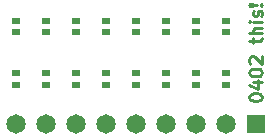
<source format=gts>
G04 #@! TF.FileFunction,Soldermask,Top*
%FSLAX46Y46*%
G04 Gerber Fmt 4.6, Leading zero omitted, Abs format (unit mm)*
G04 Created by KiCad (PCBNEW (2015-04-05 BZR 5576)-product) date Tue 07 Apr 2015 01:19:10 PM CEST*
%MOMM*%
G01*
G04 APERTURE LIST*
%ADD10C,0.150000*%
%ADD11C,0.250000*%
%ADD12R,1.650000X1.650000*%
%ADD13C,1.650000*%
%ADD14R,0.800000X0.600000*%
G04 APERTURE END LIST*
D10*
D11*
X100997619Y-89223809D02*
X100997619Y-89119048D01*
X101050000Y-89014286D01*
X101102381Y-88961905D01*
X101207143Y-88909524D01*
X101416667Y-88857143D01*
X101678571Y-88857143D01*
X101888095Y-88909524D01*
X101992857Y-88961905D01*
X102045238Y-89014286D01*
X102097619Y-89119048D01*
X102097619Y-89223809D01*
X102045238Y-89328571D01*
X101992857Y-89380952D01*
X101888095Y-89433333D01*
X101678571Y-89485714D01*
X101416667Y-89485714D01*
X101207143Y-89433333D01*
X101102381Y-89380952D01*
X101050000Y-89328571D01*
X100997619Y-89223809D01*
X101364286Y-87914286D02*
X102097619Y-87914286D01*
X100945238Y-88176190D02*
X101730952Y-88438095D01*
X101730952Y-87757143D01*
X100997619Y-87128571D02*
X100997619Y-87023810D01*
X101050000Y-86919048D01*
X101102381Y-86866667D01*
X101207143Y-86814286D01*
X101416667Y-86761905D01*
X101678571Y-86761905D01*
X101888095Y-86814286D01*
X101992857Y-86866667D01*
X102045238Y-86919048D01*
X102097619Y-87023810D01*
X102097619Y-87128571D01*
X102045238Y-87233333D01*
X101992857Y-87285714D01*
X101888095Y-87338095D01*
X101678571Y-87390476D01*
X101416667Y-87390476D01*
X101207143Y-87338095D01*
X101102381Y-87285714D01*
X101050000Y-87233333D01*
X100997619Y-87128571D01*
X101102381Y-86342857D02*
X101050000Y-86290476D01*
X100997619Y-86185714D01*
X100997619Y-85923810D01*
X101050000Y-85819048D01*
X101102381Y-85766667D01*
X101207143Y-85714286D01*
X101311905Y-85714286D01*
X101469048Y-85766667D01*
X102097619Y-86395238D01*
X102097619Y-85714286D01*
X101364286Y-84561905D02*
X101364286Y-84142857D01*
X100997619Y-84404762D02*
X101940476Y-84404762D01*
X102045238Y-84352381D01*
X102097619Y-84247619D01*
X102097619Y-84142857D01*
X102097619Y-83776191D02*
X100997619Y-83776191D01*
X102097619Y-83304763D02*
X101521429Y-83304763D01*
X101416667Y-83357144D01*
X101364286Y-83461906D01*
X101364286Y-83619048D01*
X101416667Y-83723810D01*
X101469048Y-83776191D01*
X102097619Y-82780953D02*
X101364286Y-82780953D01*
X100997619Y-82780953D02*
X101050000Y-82833334D01*
X101102381Y-82780953D01*
X101050000Y-82728572D01*
X100997619Y-82780953D01*
X101102381Y-82780953D01*
X102045238Y-82309524D02*
X102097619Y-82204762D01*
X102097619Y-81995238D01*
X102045238Y-81890477D01*
X101940476Y-81838096D01*
X101888095Y-81838096D01*
X101783333Y-81890477D01*
X101730952Y-81995238D01*
X101730952Y-82152381D01*
X101678571Y-82257143D01*
X101573810Y-82309524D01*
X101521429Y-82309524D01*
X101416667Y-82257143D01*
X101364286Y-82152381D01*
X101364286Y-81995238D01*
X101416667Y-81890477D01*
X101992857Y-81366667D02*
X102045238Y-81314286D01*
X102097619Y-81366667D01*
X102045238Y-81419048D01*
X101992857Y-81366667D01*
X102097619Y-81366667D01*
X101678571Y-81366667D02*
X101050000Y-81419048D01*
X100997619Y-81366667D01*
X101050000Y-81314286D01*
X101678571Y-81366667D01*
X100997619Y-81366667D01*
D12*
X101600000Y-91440000D03*
D13*
X99060000Y-91440000D03*
X96520000Y-91440000D03*
X93980000Y-91440000D03*
X91440000Y-91440000D03*
X88900000Y-91440000D03*
X86360000Y-91440000D03*
X83820000Y-91440000D03*
X81280000Y-91440000D03*
D14*
X86360000Y-82685000D03*
X86360000Y-83685000D03*
X81280000Y-87130000D03*
X81280000Y-88130000D03*
X96520000Y-87130000D03*
X96520000Y-88130000D03*
X83820000Y-87130000D03*
X83820000Y-88130000D03*
X86360000Y-87130000D03*
X86360000Y-88130000D03*
X88900000Y-87130000D03*
X88900000Y-88130000D03*
X91440000Y-87130000D03*
X91440000Y-88130000D03*
X93980000Y-87130000D03*
X93980000Y-88130000D03*
X99060000Y-87130000D03*
X99060000Y-88130000D03*
X81280000Y-82685000D03*
X81280000Y-83685000D03*
X83820000Y-82685000D03*
X83820000Y-83685000D03*
X88900000Y-82685000D03*
X88900000Y-83685000D03*
X91440000Y-82685000D03*
X91440000Y-83685000D03*
X93980000Y-82685000D03*
X93980000Y-83685000D03*
X96520000Y-82685000D03*
X96520000Y-83685000D03*
X99060000Y-82685000D03*
X99060000Y-83685000D03*
M02*

</source>
